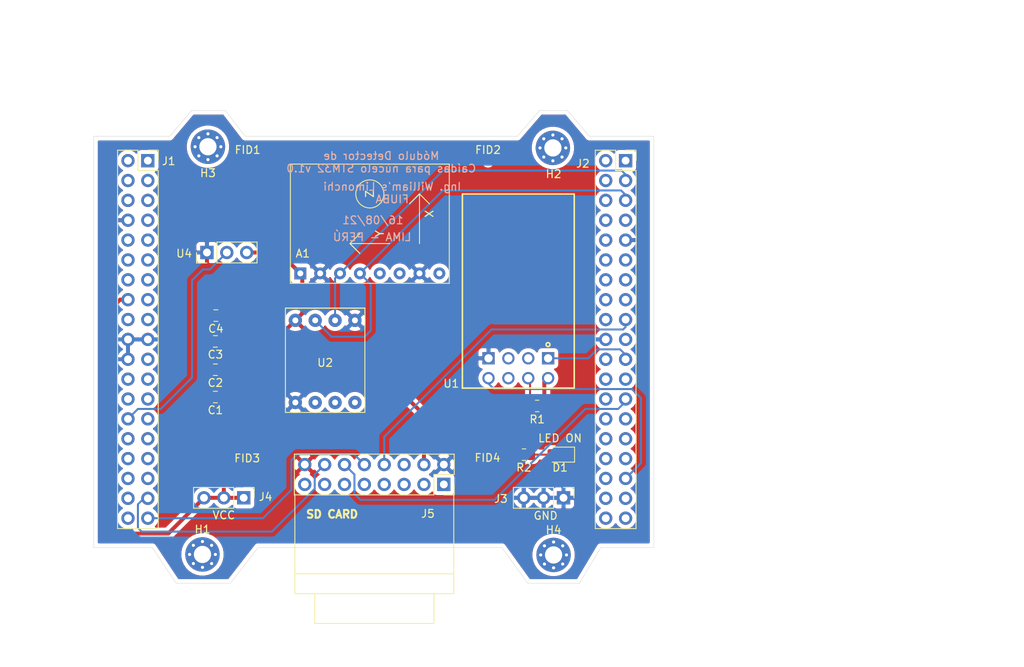
<source format=kicad_pcb>
(kicad_pcb (version 20171130) (host pcbnew "(5.1.7)-1")
  (title_block (title "Módulo Detector de caídas para STM32") (date 2021-07-02) (rev V1.0) (company "Ing. William's Ernesto Limonchi Sandoval") (comment 1 "Basado en: https://bit.ly/37dJ0iX") (comment 2 "Revisor 1: Ing. German Cardozo") (comment 3 "Revisor 2: Mg. Ing. Diego Bengi") (comment 4 "Licencia GNU GPL"))
  (layers (0 F.Cu signal) (31 B.Cu signal) (34 B.Paste user) (35 F.Paste user) (36 B.SilkS user) (37 F.SilkS user) (38 B.Mask user) (39 F.Mask user) (44 Edge.Cuts user))
  (net 0 "")
  (net 1 VCC)
  (net 2 GND)
  (net 3 /PC15)
  (net 4 /PC14)
  (net 5 /PC13)
  (net 6 /PC12)
  (net 7 /PC10)
  (net 8 /PC11)
  (net 9 /MOSI)
  (net 10 /MISO)
  (net 11 /PC1)
  (net 12 /PC0)
  (net 13 /PA2)
  (net 14 /PA3)
  (net 15 /PA5)
  (net 16 /PA6)
  (net 17 /PA7)
  (net 18 /PA13)
  (net 19 /PA14)
  (net 20 /PA15)
  (net 21 /PB0)
  (net 22 /PB7)
  (net 23 /PB5)
  (net 24 /PB4)
  (net 25 /PB3)
  (net 26 /PB2)
  (net 27 /PB1)
  (net 28 /PH1)
  (net 29 /PH0)
  (net 30 /PD2)
  (net 31 /VIN)
  (net 32 /PB13)
  (net 33 /PB14)
  (net 34 /PB15)
  (net 35 /U5V)
  (net 36 /PC4)
  (net 37 /CS)
  (net 38 /CLK)
  (net 39 /VDD)
  (net 40 /E5V)
  (net 41 /RESET)
  (net 42 /AN0)
  (net 43 /PA1)
  (net 44 /PA4)
  (net 45 /VBAT)
  (net 46 /PC9)
  (net 47 /PC8)
  (net 48 /PC6)
  (net 49 /PC5)
  (net 50 /PA12)
  (net 51 /PA11)
  (net 52 /PB12)
  (net 53 /PC7)
  (net 54 /PA8)
  (net 55 /BOT0)
  (net 56 /PA10)
  (net 57 /PA9)
  (net 58 /AVDD)
  (net 59 /PB9)
  (net 60 /PB8)
  (net 61 /AGND)
  (net 62 /IOREF)
  (net 63 /+5V)
  (net 64 "Net-(R1-Pad1)")
  (net 65 "Net-(A1-Pad5)")
  (net 66 "Net-(A1-Pad6)")
  (net 67 "Net-(A1-Pad8)")
  (net 68 "Net-(J1-Pad10)")
  (net 69 "Net-(J1-Pad26)")
  (net 70 "Net-(J1-Pad11)")
  (net 71 "Net-(J1-Pad9)")
  (net 72 "Net-(J2-Pad10)")
  (net 73 "Net-(J2-Pad18)")
  (net 74 "Net-(J2-Pad36)")
  (net 75 "Net-(J2-Pad38)")
  (net 76 "Net-(U1-Pad2)")
  (net 77 "Net-(U1-Pad3)")
  (net 78 "Net-(U1-Pad6)")
  (net 79 "Net-(U2-Pad2)")
  (net 80 "Net-(U2-Pad3)")
  (net 81 "Net-(U2-Pad4)")
  (net 82 "Net-(J5-Pad9)")
  (net 83 "Net-(J5-Pad10)")
  (net 84 "Net-(J5-Pad3)")
  (net 85 "Net-(J5-Pad11)")
  (net 86 "Net-(J5-Pad12)")
  (net 87 "Net-(J5-Pad13)")
  (net 88 "Net-(J5-Pad14)")
  (net 89 "Net-(J5-Pad15)")
  (net 90 "Net-(J5-Pad16)")
  (net 91 "Net-(D1-Pad2)")
  (module TP_Footprints:ESP-01 (layer F.Cu) (at 155.0035 88.7095 90)
    (fp_text reference U1 (at -3.2385 -8.5725 180) (layer F.SilkS) (effects (font (size 1.000465 1.000465))))
    (fp_text value ESP8266-01_ESP-01)
    (fp_circle (center 1.75 3.8) (end 2 3.8) (layer F.SilkS) (width 0.2))
    (fp_line (start -3.81 7.15) (end -3.81 -7.15) (layer F.SilkS) (width 0.2))
    (fp_line (start 21 7.15) (end -3.81 7.15) (layer F.SilkS) (width 0.2))
    (fp_line (start 21 -7.15) (end 21 7.15) (layer F.SilkS) (width 0.2))
    (fp_line (start -3.81 -7.15) (end 21 -7.15) (layer F.SilkS) (width 0.2))
    (pad 1 thru_hole rect (at 0 3.81 90) (size 1.575 1.575) (drill 1.05) (layers *.Cu *.Mask) (net 57 /PA9))
    (pad 2 thru_hole circle (at 0 1.27 90) (size 1.575 1.575) (drill 1.05) (layers *.Cu *.Mask) (net 76 "Net-(U1-Pad2)"))
    (pad 3 thru_hole circle (at 0 -1.27 90) (size 1.575 1.575) (drill 1.05) (layers *.Cu *.Mask) (net 77 "Net-(U1-Pad3)"))
    (pad 4 thru_hole rect (at 0 -3.81 90) (size 1.575 1.575) (drill 1.05) (layers *.Cu *.Mask) (net 2 GND))
    (pad 5 thru_hole circle (at -2.54 -3.81 90) (size 1.575 1.575) (drill 1.05) (layers *.Cu *.Mask) (net 56 /PA10))
    (pad 6 thru_hole circle (at -2.54 -1.27 90) (size 1.575 1.575) (drill 1.05) (layers *.Cu *.Mask) (net 78 "Net-(U1-Pad6)"))
    (pad 7 thru_hole circle (at -2.54 1.27 90) (size 1.575 1.575) (drill 1.05) (layers *.Cu *.Mask) (net 64 "Net-(R1-Pad1)"))
    (pad 8 thru_hole circle (at -2.54 3.81 90) (size 1.575 1.575) (drill 1.05) (layers *.Cu *.Mask) (net 1 VCC))
  )
  (module Connector_PinSocket_2.54mm:PinSocket_2x19_P2.54mm_Vertical (layer F.Cu) (at 168.7195 63.4365)
    (fp_text reference J2 (at -5.461 0.381) (layer F.SilkS))
    (fp_text value Conn_02x19_Odd_Even)
    (fp_line (start 0 -1.33) (end 1.33 -1.33) (layer F.SilkS) (width 0.12))
    (fp_line (start 1.33 -1.33) (end 1.33 0) (layer F.SilkS) (width 0.12))
    (fp_line (start -1.27 -1.33) (end -1.27 1.27) (layer F.SilkS) (width 0.12))
    (fp_line (start -1.27 1.27) (end 1.33 1.27) (layer F.SilkS) (width 0.12))
    (fp_line (start 1.33 1.27) (end 1.33 47.05) (layer F.SilkS) (width 0.12))
    (fp_line (start -3.87 47.05) (end 1.33 47.05) (layer F.SilkS) (width 0.12))
    (fp_line (start -3.87 -1.33) (end -3.87 47.05) (layer F.SilkS) (width 0.12))
    (fp_line (start -3.87 -1.33) (end -1.27 -1.33) (layer F.SilkS) (width 0.12))
    (pad 1 thru_hole rect (at 0 0) (size 1.7 1.7) (drill 1) (layers *.Cu *.Mask) (net 46 /PC9))
    (pad 2 thru_hole oval (at -2.54 0) (size 1.7 1.7) (drill 1) (layers *.Cu *.Mask) (net 47 /PC8))
    (pad 3 thru_hole oval (at 0 2.54) (size 1.7 1.7) (drill 1) (layers *.Cu *.Mask) (net 60 /PB8))
    (pad 4 thru_hole oval (at -2.54 2.54) (size 1.7 1.7) (drill 1) (layers *.Cu *.Mask) (net 48 /PC6))
    (pad 5 thru_hole oval (at 0 5.08) (size 1.7 1.7) (drill 1) (layers *.Cu *.Mask) (net 59 /PB9))
    (pad 6 thru_hole oval (at -2.54 5.08) (size 1.7 1.7) (drill 1) (layers *.Cu *.Mask) (net 49 /PC5))
    (pad 7 thru_hole oval (at 0 7.62) (size 1.7 1.7) (drill 1) (layers *.Cu *.Mask) (net 58 /AVDD))
    (pad 8 thru_hole oval (at -2.54 7.62) (size 1.7 1.7) (drill 1) (layers *.Cu *.Mask) (net 35 /U5V))
    (pad 9 thru_hole oval (at 0 10.16) (size 1.7 1.7) (drill 1) (layers *.Cu *.Mask) (net 2 GND))
    (pad 10 thru_hole oval (at -2.54 10.16) (size 1.7 1.7) (drill 1) (layers *.Cu *.Mask) (net 72 "Net-(J2-Pad10)"))
    (pad 11 thru_hole oval (at 0 12.7) (size 1.7 1.7) (drill 1) (layers *.Cu *.Mask) (net 15 /PA5))
    (pad 12 thru_hole oval (at -2.54 12.7) (size 1.7 1.7) (drill 1) (layers *.Cu *.Mask) (net 50 /PA12))
    (pad 13 thru_hole oval (at 0 15.24) (size 1.7 1.7) (drill 1) (layers *.Cu *.Mask) (net 16 /PA6))
    (pad 14 thru_hole oval (at -2.54 15.24) (size 1.7 1.7) (drill 1) (layers *.Cu *.Mask) (net 51 /PA11))
    (pad 15 thru_hole oval (at 0 17.78) (size 1.7 1.7) (drill 1) (layers *.Cu *.Mask) (net 17 /PA7))
    (pad 16 thru_hole oval (at -2.54 17.78) (size 1.7 1.7) (drill 1) (layers *.Cu *.Mask) (net 52 /PB12))
    (pad 17 thru_hole oval (at 0 20.32) (size 1.7 1.7) (drill 1) (layers *.Cu *.Mask) (net 37 /CS))
    (pad 18 thru_hole oval (at -2.54 20.32) (size 1.7 1.7) (drill 1) (layers *.Cu *.Mask) (net 73 "Net-(J2-Pad18)"))
    (pad 19 thru_hole oval (at 0 22.86) (size 1.7 1.7) (drill 1) (layers *.Cu *.Mask) (net 53 /PC7))
    (pad 20 thru_hole oval (at -2.54 22.86) (size 1.7 1.7) (drill 1) (layers *.Cu *.Mask) (net 2 GND))
    (pad 21 thru_hole oval (at 0 25.4) (size 1.7 1.7) (drill 1) (layers *.Cu *.Mask) (net 57 /PA9))
    (pad 22 thru_hole oval (at -2.54 25.4) (size 1.7 1.7) (drill 1) (layers *.Cu *.Mask) (net 26 /PB2))
    (pad 23 thru_hole oval (at 0 27.94) (size 1.7 1.7) (drill 1) (layers *.Cu *.Mask) (net 54 /PA8))
    (pad 24 thru_hole oval (at -2.54 27.94) (size 1.7 1.7) (drill 1) (layers *.Cu *.Mask) (net 27 /PB1))
    (pad 25 thru_hole oval (at 0 30.48) (size 1.7 1.7) (drill 1) (layers *.Cu *.Mask) (net 38 /CLK))
    (pad 26 thru_hole oval (at -2.54 30.48) (size 1.7 1.7) (drill 1) (layers *.Cu *.Mask) (net 34 /PB15))
    (pad 27 thru_hole oval (at 0 33.02) (size 1.7 1.7) (drill 1) (layers *.Cu *.Mask) (net 24 /PB4))
    (pad 28 thru_hole oval (at -2.54 33.02) (size 1.7 1.7) (drill 1) (layers *.Cu *.Mask) (net 33 /PB14))
    (pad 29 thru_hole oval (at 0 35.56) (size 1.7 1.7) (drill 1) (layers *.Cu *.Mask) (net 23 /PB5))
    (pad 30 thru_hole oval (at -2.54 35.56) (size 1.7 1.7) (drill 1) (layers *.Cu *.Mask) (net 32 /PB13))
    (pad 31 thru_hole oval (at 0 38.1) (size 1.7 1.7) (drill 1) (layers *.Cu *.Mask) (net 25 /PB3))
    (pad 32 thru_hole oval (at -2.54 38.1) (size 1.7 1.7) (drill 1) (layers *.Cu *.Mask) (net 61 /AGND))
    (pad 33 thru_hole oval (at 0 40.64) (size 1.7 1.7) (drill 1) (layers *.Cu *.Mask) (net 56 /PA10))
    (pad 34 thru_hole oval (at -2.54 40.64) (size 1.7 1.7) (drill 1) (layers *.Cu *.Mask) (net 36 /PC4))
    (pad 35 thru_hole oval (at 0 43.18) (size 1.7 1.7) (drill 1) (layers *.Cu *.Mask) (net 13 /PA2))
    (pad 36 thru_hole oval (at -2.54 43.18) (size 1.7 1.7) (drill 1) (layers *.Cu *.Mask) (net 74 "Net-(J2-Pad36)"))
    (pad 37 thru_hole oval (at 0 45.72) (size 1.7 1.7) (drill 1) (layers *.Cu *.Mask) (net 14 /PA3))
    (pad 38 thru_hole oval (at -2.54 45.72) (size 1.7 1.7) (drill 1) (layers *.Cu *.Mask) (net 75 "Net-(J2-Pad38)"))
  )
  (module MPU_SD:MPU6050_Module (layer F.Cu) (at 127.127 77.851 90)
    (fp_text reference A1 (at 2.54 0.3175 180) (layer F.SilkS))
    (fp_text value MPU6050_Module)
    (fp_line (start -1.27 -1.27) (end 13.97 -1.27) (layer F.SilkS) (width 0.12))
    (fp_line (start 13.97 -1.27) (end 13.97 19.05) (layer F.SilkS) (width 0.12))
    (fp_line (start 13.97 19.05) (end -1.27 19.05) (layer F.SilkS) (width 0.12))
    (fp_line (start -1.27 19.05) (end -1.27 -1.27) (layer F.SilkS) (width 0.12))
    (fp_line (start 3.81 15.24) (end 10.16 15.24) (layer F.SilkS) (width 0.12))
    (fp_line (start 10.16 15.24) (end 8.89 13.97) (layer F.SilkS) (width 0.12))
    (fp_line (start 10.16 15.24) (end 8.89 16.51) (layer F.SilkS) (width 0.12))
    (fp_line (start 3.81 11.43) (end 3.81 6.35) (layer F.SilkS) (width 0.12))
    (fp_line (start 3.81 6.35) (end 2.54 7.62) (layer F.SilkS) (width 0.12))
    (fp_line (start 2.54 7.62) (end 3.81 6.35) (layer F.SilkS) (width 0.12))
    (fp_line (start 3.81 6.35) (end 5.08 7.62) (layer F.SilkS) (width 0.12))
    (fp_circle (center 10.16 8.89) (end 8.89 7.62) (layer F.SilkS) (width 0.12))
    (fp_text user X (at 7.62 16.51 90) (layer F.SilkS))
    (fp_text user Y (at 5.08 10.16 90) (layer F.SilkS))
    (fp_text user Z (at 10.16 8.89 90) (layer F.SilkS))
    (pad 1 thru_hole rect (at 0 0 90) (size 1.524 1.524) (drill 0.762) (layers *.Cu *.Mask) (net 1 VCC))
    (pad 2 thru_hole circle (at 0 2.54 90) (size 1.524 1.524) (drill 0.762) (layers *.Cu *.Mask) (net 2 GND))
    (pad 3 thru_hole circle (at 0 5.08 90) (size 1.524 1.524) (drill 0.762) (layers *.Cu *.Mask) (net 60 /PB8))
    (pad 4 thru_hole circle (at 0 7.62 90) (size 1.524 1.524) (drill 0.762) (layers *.Cu *.Mask) (net 59 /PB9))
    (pad 5 thru_hole circle (at 0 10.16 90) (size 1.524 1.524) (drill 0.762) (layers *.Cu *.Mask) (net 65 "Net-(A1-Pad5)"))
    (pad 6 thru_hole circle (at 0 12.7 90) (size 1.524 1.524) (drill 0.762) (layers *.Cu *.Mask) (net 66 "Net-(A1-Pad6)"))
    (pad 7 thru_hole circle (at 0 15.24 90) (size 1.524 1.524) (drill 0.762) (layers *.Cu *.Mask) (net 2 GND))
    (pad 8 thru_hole circle (at 0 17.78 90) (size 1.524 1.524) (drill 0.762) (layers *.Cu *.Mask) (net 67 "Net-(A1-Pad8)"))
  )
  (module Capacitor_SMD:C_0805_2012Metric (layer F.Cu) (at 116.2685 93.6625 180)
    (fp_text reference C1 (at 0 -1.68) (layer F.SilkS))
    (fp_text value 100nF)
    (fp_line (start -0.261252 -0.735) (end 0.261252 -0.735) (layer F.SilkS) (width 0.12))
    (fp_line (start -0.261252 0.735) (end 0.261252 0.735) (layer F.SilkS) (width 0.12))
    (pad 1 smd roundrect (at -0.95 0 180) (size 1 1.45) (layers F.Cu F.Paste F.Mask) (net 1 VCC))
    (pad 2 smd roundrect (at 0.95 0 180) (size 1 1.45) (layers F.Cu F.Paste F.Mask) (net 2 GND))
  )
  (module Capacitor_SMD:C_0805_2012Metric (layer F.Cu) (at 116.2685 90.17 180)
    (fp_text reference C2 (at 0 -1.68) (layer F.SilkS))
    (fp_text value 100nF)
    (fp_line (start -0.261252 0.735) (end 0.261252 0.735) (layer F.SilkS) (width 0.12))
    (fp_line (start -0.261252 -0.735) (end 0.261252 -0.735) (layer F.SilkS) (width 0.12))
    (pad 2 smd roundrect (at 0.95 0 180) (size 1 1.45) (layers F.Cu F.Paste F.Mask) (net 2 GND))
    (pad 1 smd roundrect (at -0.95 0 180) (size 1 1.45) (layers F.Cu F.Paste F.Mask) (net 1 VCC))
  )
  (module Capacitor_SMD:C_0805_2012Metric (layer F.Cu) (at 116.2685 86.5505 180)
    (fp_text reference C3 (at 0 -1.68) (layer F.SilkS))
    (fp_text value 100nF)
    (fp_line (start -0.261252 -0.735) (end 0.261252 -0.735) (layer F.SilkS) (width 0.12))
    (fp_line (start -0.261252 0.735) (end 0.261252 0.735) (layer F.SilkS) (width 0.12))
    (pad 1 smd roundrect (at -0.95 0 180) (size 1 1.45) (layers F.Cu F.Paste F.Mask) (net 1 VCC))
    (pad 2 smd roundrect (at 0.95 0 180) (size 1 1.45) (layers F.Cu F.Paste F.Mask) (net 2 GND))
  )
  (module Resistor_SMD:R_0805_2012Metric (layer F.Cu) (at 157.4165 94.8055)
    (fp_text reference R1 (at 0 1.7145) (layer F.SilkS))
    (fp_text value 10k)
    (fp_line (start -0.227064 -0.735) (end 0.227064 -0.735) (layer F.SilkS) (width 0.12))
    (fp_line (start -0.227064 0.735) (end 0.227064 0.735) (layer F.SilkS) (width 0.12))
    (pad 1 smd roundrect (at -0.9125 0) (size 1.025 1.4) (layers F.Cu F.Paste F.Mask) (roundrect_rratio 0.243902) (net 64 "Net-(R1-Pad1)"))
    (pad 2 smd roundrect (at 0.9125 0) (size 1.025 1.4) (layers F.Cu F.Paste F.Mask) (roundrect_rratio 0.243902) (net 1 VCC))
  )
  (module Connector_PinSocket_2.54mm:PinSocket_2x19_P2.54mm_Vertical (layer F.Cu) (at 107.6325 63.4365)
    (fp_text reference J1 (at 2.667 0.0635) (layer F.SilkS))
    (fp_text value Conn_02x19_Odd_Even)
    (fp_line (start 0 -1.33) (end 1.33 -1.33) (layer F.SilkS) (width 0.12))
    (fp_line (start 1.33 -1.33) (end 1.33 0) (layer F.SilkS) (width 0.12))
    (fp_line (start -1.27 -1.33) (end -1.27 1.27) (layer F.SilkS) (width 0.12))
    (fp_line (start -1.27 1.27) (end 1.33 1.27) (layer F.SilkS) (width 0.12))
    (fp_line (start 1.33 1.27) (end 1.33 47.05) (layer F.SilkS) (width 0.12))
    (fp_line (start -3.87 47.05) (end 1.33 47.05) (layer F.SilkS) (width 0.12))
    (fp_line (start -3.87 -1.33) (end -3.87 47.05) (layer F.SilkS) (width 0.12))
    (fp_line (start -3.87 -1.33) (end -1.27 -1.33) (layer F.SilkS) (width 0.12))
    (pad 38 thru_hole oval (at -2.54 45.72) (size 1.7 1.7) (drill 1) (layers *.Cu *.Mask) (net 12 /PC0))
    (pad 37 thru_hole oval (at 0 45.72) (size 1.7 1.7) (drill 1) (layers *.Cu *.Mask) (net 9 /MOSI))
    (pad 36 thru_hole oval (at -2.54 43.18) (size 1.7 1.7) (drill 1) (layers *.Cu *.Mask) (net 11 /PC1))
    (pad 35 thru_hole oval (at 0 43.18) (size 1.7 1.7) (drill 1) (layers *.Cu *.Mask) (net 10 /MISO))
    (pad 34 thru_hole oval (at -2.54 40.64) (size 1.7 1.7) (drill 1) (layers *.Cu *.Mask) (net 21 /PB0))
    (pad 33 thru_hole oval (at 0 40.64) (size 1.7 1.7) (drill 1) (layers *.Cu *.Mask) (net 45 /VBAT))
    (pad 32 thru_hole oval (at -2.54 38.1) (size 1.7 1.7) (drill 1) (layers *.Cu *.Mask) (net 44 /PA4))
    (pad 31 thru_hole oval (at 0 38.1) (size 1.7 1.7) (drill 1) (layers *.Cu *.Mask) (net 28 /PH1))
    (pad 30 thru_hole oval (at -2.54 35.56) (size 1.7 1.7) (drill 1) (layers *.Cu *.Mask) (net 43 /PA1))
    (pad 29 thru_hole oval (at 0 35.56) (size 1.7 1.7) (drill 1) (layers *.Cu *.Mask) (net 29 /PH0))
    (pad 28 thru_hole oval (at -2.54 33.02) (size 1.7 1.7) (drill 1) (layers *.Cu *.Mask) (net 42 /AN0))
    (pad 27 thru_hole oval (at 0 33.02) (size 1.7 1.7) (drill 1) (layers *.Cu *.Mask) (net 3 /PC15))
    (pad 26 thru_hole oval (at -2.54 30.48) (size 1.7 1.7) (drill 1) (layers *.Cu *.Mask) (net 69 "Net-(J1-Pad26)"))
    (pad 25 thru_hole oval (at 0 30.48) (size 1.7 1.7) (drill 1) (layers *.Cu *.Mask) (net 4 /PC14))
    (pad 24 thru_hole oval (at -2.54 27.94) (size 1.7 1.7) (drill 1) (layers *.Cu *.Mask) (net 31 /VIN))
    (pad 23 thru_hole oval (at 0 27.94) (size 1.7 1.7) (drill 1) (layers *.Cu *.Mask) (net 5 /PC13))
    (pad 22 thru_hole oval (at -2.54 25.4) (size 1.7 1.7) (drill 1) (layers *.Cu *.Mask) (net 2 GND))
    (pad 21 thru_hole oval (at 0 25.4) (size 1.7 1.7) (drill 1) (layers *.Cu *.Mask) (net 22 /PB7))
    (pad 20 thru_hole oval (at -2.54 22.86) (size 1.7 1.7) (drill 1) (layers *.Cu *.Mask) (net 2 GND))
    (pad 19 thru_hole oval (at 0 22.86) (size 1.7 1.7) (drill 1) (layers *.Cu *.Mask) (net 2 GND))
    (pad 18 thru_hole oval (at -2.54 20.32) (size 1.7 1.7) (drill 1) (layers *.Cu *.Mask) (net 63 /+5V))
    (pad 17 thru_hole oval (at 0 20.32) (size 1.7 1.7) (drill 1) (layers *.Cu *.Mask) (net 20 /PA15))
    (pad 16 thru_hole oval (at -2.54 17.78) (size 1.7 1.7) (drill 1) (layers *.Cu *.Mask) (net 1 VCC))
    (pad 15 thru_hole oval (at 0 17.78) (size 1.7 1.7) (drill 1) (layers *.Cu *.Mask) (net 19 /PA14))
    (pad 14 thru_hole oval (at -2.54 15.24) (size 1.7 1.7) (drill 1) (layers *.Cu *.Mask) (net 41 /RESET))
    (pad 13 thru_hole oval (at 0 15.24) (size 1.7 1.7) (drill 1) (layers *.Cu *.Mask) (net 18 /PA13))
    (pad 12 thru_hole oval (at -2.54 12.7) (size 1.7 1.7) (drill 1) (layers *.Cu *.Mask) (net 62 /IOREF))
    (pad 11 thru_hole oval (at 0 12.7) (size 1.7 1.7) (drill 1) (layers *.Cu *.Mask) (net 70 "Net-(J1-Pad11)"))
    (pad 10 thru_hole oval (at -2.54 10.16) (size 1.7 1.7) (drill 1) (layers *.Cu *.Mask) (net 68 "Net-(J1-Pad10)"))
    (pad 9 thru_hole oval (at 0 10.16) (size 1.7 1.7) (drill 1) (layers *.Cu *.Mask) (net 71 "Net-(J1-Pad9)"))
    (pad 8 thru_hole oval (at -2.54 7.62) (size 1.7 1.7) (drill 1) (layers *.Cu *.Mask) (net 2 GND))
    (pad 7 thru_hole oval (at 0 7.62) (size 1.7 1.7) (drill 1) (layers *.Cu *.Mask) (net 55 /BOT0))
    (pad 6 thru_hole oval (at -2.54 5.08) (size 1.7 1.7) (drill 1) (layers *.Cu *.Mask) (net 40 /E5V))
    (pad 5 thru_hole oval (at 0 5.08) (size 1.7 1.7) (drill 1) (layers *.Cu *.Mask) (net 39 /VDD))
    (pad 4 thru_hole oval (at -2.54 2.54) (size 1.7 1.7) (drill 1) (layers *.Cu *.Mask) (net 30 /PD2))
    (pad 3 thru_hole oval (at 0 2.54) (size 1.7 1.7) (drill 1) (layers *.Cu *.Mask) (net 6 /PC12))
    (pad 2 thru_hole oval (at -2.54 0) (size 1.7 1.7) (drill 1) (layers *.Cu *.Mask) (net 8 /PC11))
    (pad 1 thru_hole rect (at 0 0) (size 1.7 1.7) (drill 1) (layers *.Cu *.Mask) (net 7 /PC10))
  )
  (module Connector_PinHeader_2.54mm:PinHeader_1x03_P2.54mm_Vertical (layer F.Cu) (at 160.782 106.553 270)
    (fp_text reference J3 (at 0.127 8.001 180) (layer F.SilkS))
    (fp_text value Conn_01x03_Male)
    (fp_line (start -1.33 6.41) (end 1.33 6.41) (layer F.SilkS) (width 0.12))
    (fp_line (start -1.33 1.27) (end -1.33 6.41) (layer F.SilkS) (width 0.12))
    (fp_line (start 1.33 1.27) (end 1.33 6.41) (layer F.SilkS) (width 0.12))
    (fp_line (start -1.33 1.27) (end 1.33 1.27) (layer F.SilkS) (width 0.12))
    (fp_line (start -1.33 0) (end -1.33 -1.33) (layer F.SilkS) (width 0.12))
    (fp_line (start -1.33 -1.33) (end 0 -1.33) (layer F.SilkS) (width 0.12))
    (pad 3 thru_hole oval (at 0 5.08 270) (size 1.7 1.7) (drill 1) (layers *.Cu *.Mask) (net 2 GND))
    (pad 2 thru_hole oval (at 0 2.54 270) (size 1.7 1.7) (drill 1) (layers *.Cu *.Mask) (net 2 GND))
    (pad 1 thru_hole rect (at 0 0 270) (size 1.7 1.7) (drill 1) (layers *.Cu *.Mask) (net 2 GND))
  )
  (module Connector_PinHeader_2.54mm:PinHeader_1x03_P2.54mm_Vertical (layer F.Cu) (at 119.888 106.553 270)
    (fp_text reference J4 (at -0.127 -2.794 180) (layer F.SilkS))
    (fp_text value Conn_01x03_Male)
    (fp_line (start -1.33 -1.33) (end 0 -1.33) (layer F.SilkS) (width 0.12))
    (fp_line (start -1.33 0) (end -1.33 -1.33) (layer F.SilkS) (width 0.12))
    (fp_line (start -1.33 1.27) (end 1.33 1.27) (layer F.SilkS) (width 0.12))
    (fp_line (start 1.33 1.27) (end 1.33 6.41) (layer F.SilkS) (width 0.12))
    (fp_line (start -1.33 1.27) (end -1.33 6.41) (layer F.SilkS) (width 0.12))
    (fp_line (start -1.33 6.41) (end 1.33 6.41) (layer F.SilkS) (width 0.12))
    (pad 1 thru_hole rect (at 0 0 270) (size 1.7 1.7) (drill 1) (layers *.Cu *.Mask) (net 1 VCC))
    (pad 2 thru_hole oval (at 0 2.54 270) (size 1.7 1.7) (drill 1) (layers *.Cu *.Mask) (net 1 VCC))
    (pad 3 thru_hole oval (at 0 5.08 270) (size 1.7 1.7) (drill 1) (layers *.Cu *.Mask) (net 1 VCC))
  )
  (module TP_Footprints:SD_CARD_P (layer F.Cu) (at 145.4785 104.8385 270)
    (fp_text reference J5 (at 3.7465 2.032 180) (layer F.SilkS))
    (fp_text value SD_Card_P)
    (fp_line (start 11.43 -1.27) (end 11.43 19.05) (layer F.SilkS) (width 0.12))
    (fp_line (start 13.97 19.05) (end 1.27 19.05) (layer F.SilkS) (width 0.12))
    (fp_line (start 17.78 16.51) (end 13.97 16.51) (layer F.SilkS) (width 0.12))
    (fp_line (start 17.78 1.27) (end 17.78 16.51) (layer F.SilkS) (width 0.12))
    (fp_line (start 13.97 1.27) (end 17.78 1.27) (layer F.SilkS) (width 0.12))
    (fp_line (start 13.97 -1.27) (end 13.97 19.05) (layer F.SilkS) (width 0.12))
    (fp_line (start 1.27 -1.27) (end 13.97 -1.27) (layer F.SilkS) (width 0.12))
    (fp_line (start -1.27 -1.33) (end -1.27 1.27) (layer F.SilkS) (width 0.12))
    (fp_line (start -3.87 -1.33) (end -1.27 -1.33) (layer F.SilkS) (width 0.12))
    (fp_line (start 0 -1.33) (end 1.33 -1.33) (layer F.SilkS) (width 0.12))
    (fp_line (start -1.27 1.27) (end 1.33 1.27) (layer F.SilkS) (width 0.12))
    (fp_line (start 1.33 1.27) (end 1.33 19.11) (layer F.SilkS) (width 0.12))
    (fp_line (start -3.87 19.11) (end 1.33 19.11) (layer F.SilkS) (width 0.12))
    (fp_line (start -3.87 -1.33) (end -3.87 19.11) (layer F.SilkS) (width 0.12))
    (fp_line (start 1.33 -1.33) (end 1.33 0) (layer F.SilkS) (width 0.12))
    (fp_text user "SD CARD" (at 3.81 14.2875 180) (layer F.SilkS) (effects (font (thickness 0.25))))
    (pad 1 thru_hole circle (at -2.54 0 270) (size 1.7 1.7) (drill 1) (layers *.Cu *.Mask) (net 2 GND))
    (pad 9 thru_hole rect (at 0 0 270) (size 1.7 1.7) (drill 1) (layers *.Cu *.Mask) (net 82 "Net-(J5-Pad9)"))
    (pad 2 thru_hole circle (at -2.54 2.54 270) (size 1.7 1.7) (drill 1) (layers *.Cu *.Mask) (net 1 VCC))
    (pad 10 thru_hole circle (at 0 2.54 270) (size 1.7 1.7) (drill 1) (layers *.Cu *.Mask) (net 83 "Net-(J5-Pad10)"))
    (pad 3 thru_hole circle (at -2.54 5.08 270) (size 1.7 1.7) (drill 1) (layers *.Cu *.Mask) (net 84 "Net-(J5-Pad3)"))
    (pad 11 thru_hole circle (at 0 5.08 270) (size 1.7 1.7) (drill 1) (layers *.Cu *.Mask) (net 85 "Net-(J5-Pad11)"))
    (pad 4 thru_hole circle (at -2.54 7.62 270) (size 1.7 1.7) (drill 1) (layers *.Cu *.Mask) (net 37 /CS))
    (pad 12 thru_hole circle (at 0 7.62 270) (size 1.7 1.7) (drill 1) (layers *.Cu *.Mask) (net 86 "Net-(J5-Pad12)"))
    (pad 5 thru_hole circle (at -2.54 10.16 270) (size 1.7 1.7) (drill 1) (layers *.Cu *.Mask) (net 9 /MOSI))
    (pad 13 thru_hole circle (at 0 10.16 270) (size 1.7 1.7) (drill 1) (layers *.Cu *.Mask) (net 87 "Net-(J5-Pad13)"))
    (pad 6 thru_hole circle (at -2.54 12.7 270) (size 1.7 1.7) (drill 1) (layers *.Cu *.Mask) (net 38 /CLK))
    (pad 14 thru_hole circle (at 0 12.7 270) (size 1.7 1.7) (drill 1) (layers *.Cu *.Mask) (net 88 "Net-(J5-Pad14)"))
    (pad 7 thru_hole circle (at -2.54 15.24 270) (size 1.7 1.7) (drill 1) (layers *.Cu *.Mask) (net 10 /MISO))
    (pad 15 thru_hole circle (at 0 15.24 270) (size 1.7 1.7) (drill 1) (layers *.Cu *.Mask) (net 89 "Net-(J5-Pad15)"))
    (pad 8 thru_hole circle (at -2.54 17.78 270) (size 1.7 1.7) (drill 1) (layers *.Cu *.Mask) (net 2 GND))
    (pad 16 thru_hole circle (at 0 17.78 270) (size 1.7 1.7) (drill 1) (layers *.Cu *.Mask) (net 90 "Net-(J5-Pad16)"))
  )
  (module MountingHole:MountingHole_2.2mm_M2_Pad_Via (layer F.Cu) (at 114.6175 113.792)
    (fp_text reference H1 (at 0 -3.2) (layer F.SilkS))
    (fp_text value MountingHole)
    (pad 1 thru_hole circle (at 1.166726 -1.166726) (size 0.7 0.7) (drill 0.4) (layers *.Cu *.Mask))
    (pad 1 thru_hole circle (at 0 -1.65) (size 0.7 0.7) (drill 0.4) (layers *.Cu *.Mask))
    (pad 1 thru_hole circle (at -1.166726 -1.166726) (size 0.7 0.7) (drill 0.4) (layers *.Cu *.Mask))
    (pad 1 thru_hole circle (at -1.65 0) (size 0.7 0.7) (drill 0.4) (layers *.Cu *.Mask))
    (pad 1 thru_hole circle (at -1.166726 1.166726) (size 0.7 0.7) (drill 0.4) (layers *.Cu *.Mask))
    (pad 1 thru_hole circle (at 0 1.65) (size 0.7 0.7) (drill 0.4) (layers *.Cu *.Mask))
    (pad 1 thru_hole circle (at 1.166726 1.166726) (size 0.7 0.7) (drill 0.4) (layers *.Cu *.Mask))
    (pad 1 thru_hole circle (at 1.65 0) (size 0.7 0.7) (drill 0.4) (layers *.Cu *.Mask))
    (pad 1 thru_hole circle (at 0 0) (size 4.4 4.4) (drill 2.2) (layers *.Cu *.Mask))
  )
  (module MountingHole:MountingHole_2.2mm_M2_Pad_Via (layer F.Cu) (at 159.424774 61.809226)
    (fp_text reference H2 (at 0.087226 3.341774) (layer F.SilkS))
    (fp_text value MountingHole)
    (pad 1 thru_hole circle (at 1.166726 -1.166726) (size 0.7 0.7) (drill 0.4) (layers *.Cu *.Mask))
    (pad 1 thru_hole circle (at 0 -1.65) (size 0.7 0.7) (drill 0.4) (layers *.Cu *.Mask))
    (pad 1 thru_hole circle (at -1.166726 -1.166726) (size 0.7 0.7) (drill 0.4) (layers *.Cu *.Mask))
    (pad 1 thru_hole circle (at -1.65 0) (size 0.7 0.7) (drill 0.4) (layers *.Cu *.Mask))
    (pad 1 thru_hole circle (at -1.166726 1.166726) (size 0.7 0.7) (drill 0.4) (layers *.Cu *.Mask))
    (pad 1 thru_hole circle (at 0 1.65) (size 0.7 0.7) (drill 0.4) (layers *.Cu *.Mask))
    (pad 1 thru_hole circle (at 1.166726 1.166726) (size 0.7 0.7) (drill 0.4) (layers *.Cu *.Mask))
    (pad 1 thru_hole circle (at 1.65 0) (size 0.7 0.7) (drill 0.4) (layers *.Cu *.Mask))
    (pad 1 thru_hole circle (at 0 0) (size 4.4 4.4) (drill 2.2) (layers *.Cu *.Mask))
  )
  (module MountingHole:MountingHole_2.2mm_M2_Pad_Via (layer F.Cu) (at 115.316 61.6585)
    (fp_text reference H3 (at 0 3.3655) (layer F.SilkS))
    (fp_text value MountingHole)
    (pad 1 thru_hole circle (at 0 0) (size 4.4 4.4) (drill 2.2) (layers *.Cu *.Mask))
    (pad 1 thru_hole circle (at 1.65 0) (size 0.7 0.7) (drill 0.4) (layers *.Cu *.Mask))
    (pad 1 thru_hole circle (at 1.166726 1.166726) (size 0.7 0.7) (drill 0.4) (layers *.Cu *.Mask))
    (pad 1 thru_hole circle (at 0 1.65) (size 0.7 0.7) (drill 0.4) (layers *.Cu *.Mask))
    (pad 1 thru_hole circle (at -1.166726 1.166726) (size 0.7 0.7) (drill 0.4) (layers *.Cu *.Mask))
    (pad 1 thru_hole circle (at -1.65 0) (size 0.7 0.7) (drill 0.4) (layers *.Cu *.Mask))
    (pad 1 thru_hole circle (at -1.166726 -1.166726) (size 0.7 0.7) (drill 0.4) (layers *.Cu *.Mask))
    (pad 1 thru_hole circle (at 0 -1.65) (size 0.7 0.7) (drill 0.4) (layers *.Cu *.Mask))
    (pad 1 thru_hole circle (at 1.166726 -1.166726) (size 0.7 0.7) (drill 0.4) (layers *.Cu *.Mask))
  )
  (module MountingHole:MountingHole_2.2mm_M2_Pad_Via (layer F.Cu) (at 159.512 113.8555)
    (fp_text reference H4 (at 0 -3.2) (layer F.SilkS))
    (fp_text value MountingHole)
    (pad 1 thru_hole circle (at 0 0) (size 4.4 4.4) (drill 2.2) (layers *.Cu *.Mask))
    (pad 1 thru_hole circle (at 1.65 0) (size 0.7 0.7) (drill 0.4) (layers *.Cu *.Mask))
    (pad 1 thru_hole circle (at 1.166726 1.166726) (size 0.7 0.7) (drill 0.4) (layers *.Cu *.Mask))
    (pad 1 thru_hole circle (at 0 1.65) (size 0.7 0.7) (drill 0.4) (layers *.Cu *.Mask))
    (pad 1 thru_hole circle (at -1.166726 1.166726) (size 0.7 0.7) (drill 0.4) (layers *.Cu *.Mask))
    (pad 1 thru_hole circle (at -1.65 0) (size 0.7 0.7) (drill 0.4) (layers *.Cu *.Mask))
    (pad 1 thru_hole circle (at -1.166726 -1.166726) (size 0.7 0.7) (drill 0.4) (layers *.Cu *.Mask))
    (pad 1 thru_hole circle (at 0 -1.65) (size 0.7 0.7) (drill 0.4) (layers *.Cu *.Mask))
    (pad 1 thru_hole circle (at 1.166726 -1.166726) (size 0.7 0.7) (drill 0.4) (layers *.Cu *.Mask))
  )
  (module Connector_PinHeader_2.54mm:PinHeader_1x03_P2.54mm_Vertical (layer F.Cu) (at 115.189 75.184 90)
    (fp_text reference U4 (at -0.127 -2.921 180) (layer F.SilkS))
    (fp_text value DS18B20)
    (fp_line (start -1.33 6.41) (end 1.33 6.41) (layer F.SilkS) (width 0.12))
    (fp_line (start -1.33 1.27) (end -1.33 6.41) (layer F.SilkS) (width 0.12))
    (fp_line (start 1.33 1.27) (end 1.33 6.41) (layer F.SilkS) (width 0.12))
    (fp_line (start -1.33 1.27) (end 1.33 1.27) (layer F.SilkS) (width 0.12))
    (fp_line (start -1.33 0) (end -1.33 -1.33) (layer F.SilkS) (width 0.12))
    (fp_line (start -1.33 -1.33) (end 0 -1.33) (layer F.SilkS) (width 0.12))
    (pad 1 thru_hole rect (at 0 0 90) (size 1.7 1.7) (drill 1) (layers *.Cu *.Mask) (net 2 GND))
    (pad 2 thru_hole oval (at 0 2.54 90) (size 1.7 1.7) (drill 1) (layers *.Cu *.Mask) (net 42 /AN0))
    (pad 3 thru_hole oval (at 0 5.08 90) (size 1.7 1.7) (drill 1) (layers *.Cu *.Mask) (net 1 VCC))
  )
  (module TP_Footprints:MAX30102_P (layer F.Cu) (at 131.572 94.361 180)
    (fp_text reference U2 (at 1.27 5.08) (layer F.SilkS))
    (fp_text value MAX30102_P)
    (fp_line (start -3.81 12.065) (end -3.81 11.43) (layer F.SilkS) (width 0.12))
    (fp_line (start 6.35 12.065) (end -3.81 12.065) (layer F.SilkS) (width 0.12))
    (fp_line (start 6.35 11.43) (end 6.35 12.065) (layer F.SilkS) (width 0.12))
    (fp_line (start -3.81 -1.27) (end 6.35 -1.27) (layer F.SilkS) (width 0.12))
    (fp_line (start 6.35 -1.27) (end 6.35 10.16) (layer F.SilkS) (width 0.12))
    (fp_line (start 6.35 12.065) (end -3.81 12.065) (layer F.SilkS) (width 0.12))
    (fp_line (start -3.81 -1.27) (end -3.81 10.16) (layer F.SilkS) (width 0.12))
    (fp_line (start 6.35 10.16) (end 6.35 11.43) (layer F.SilkS) (width 0.12))
    (fp_line (start -3.81 11.43) (end -3.81 10.16) (layer F.SilkS) (width 0.12))
    (pad 1 thru_hole circle (at 5.08 0 180) (size 1.7 1.7) (drill 0.762) (layers *.Cu *.Mask) (net 2 GND))
    (pad 2 thru_hole circle (at 2.54 0 180) (size 1.7 1.7) (drill 0.762) (layers *.Cu *.Mask) (net 79 "Net-(U2-Pad2)"))
    (pad 3 thru_hole circle (at 0 0 180) (size 1.7 1.7) (drill 0.762) (layers *.Cu *.Mask) (net 80 "Net-(U2-Pad3)"))
    (pad 4 thru_hole circle (at -2.54 0 180) (size 1.7 1.7) (drill 0.762) (layers *.Cu *.Mask) (net 81 "Net-(U2-Pad4)"))
    (pad 5 thru_hole circle (at -2.54 10.5 180) (size 1.7 1.7) (drill 0.762) (layers *.Cu *.Mask) (net 2 GND))
    (pad 6 thru_hole circle (at 0 10.5 180) (size 1.7 1.7) (drill 0.762) (layers *.Cu *.Mask) (net 60 /PB8))
    (pad 7 thru_hole circle (at 2.54 10.5 180) (size 1.7 1.7) (drill 0.762) (layers *.Cu *.Mask) (net 59 /PB9))
    (pad 8 thru_hole circle (at 5.08 10.5 180) (size 1.7 1.7) (drill 0.762) (layers *.Cu *.Mask) (net 1 VCC))
  )
  (module Capacitor_SMD:C_0805_2012Metric (layer F.Cu) (at 116.332 83.2485 180)
    (fp_text reference C4 (at 0 -1.68) (layer F.SilkS))
    (fp_text value 100nF)
    (fp_line (start -0.261252 0.735) (end 0.261252 0.735) (layer F.SilkS) (width 0.12))
    (fp_line (start -0.261252 -0.735) (end 0.261252 -0.735) (layer F.SilkS) (width 0.12))
    (pad 1 smd roundrect (at -0.95 0 180) (size 1 1.45) (layers F.Cu F.Paste F.Mask) (net 1 VCC))
    (pad 2 smd roundrect (at 0.95 0 180) (size 1 1.45) (layers F.Cu F.Paste F.Mask) (net 2 GND))
  )
  (module LED_SMD:LED_0805_2012Metric_Pad1.15x1.40mm_HandSolder (layer F.Cu) (at 160.3375 101.0285 180)
    (fp_text reference D1 (at 0 -1.65) (layer F.SilkS))
    (fp_text value LED)
    (fp_line (start -1.86 0.96) (end 1 0.96) (layer F.SilkS) (width 0.12))
    (fp_line (start -1.86 -0.96) (end -1.86 0.96) (layer F.SilkS) (width 0.12))
    (fp_line (start 1 -0.96) (end -1.86 -0.96) (layer F.SilkS) (width 0.12))
    (pad 1 smd roundrect (at -1.025 0 180) (size 1.15 1.4) (layers F.Cu F.Paste F.Mask) (roundrect_rratio 0.217391) (net 2 GND))
    (pad 2 smd roundrect (at 1.025 0 180) (size 1.15 1.4) (layers F.Cu F.Paste F.Mask) (roundrect_rratio 0.217391) (net 91 "Net-(D1-Pad2)"))
  )
  (module Fiducial:Fiducial_0.5mm_Mask1mm (layer F.Cu) (at 120.396 63.5635)
    (fp_text reference FID1 (at 0 -1.5) (layer F.SilkS))
    (fp_text value Fiducial)
    (pad "" smd circle (at 0 0) (size 0.5 0.5) (layers F.Cu F.Mask) (clearance 0.25))
  )
  (module Fiducial:Fiducial_0.5mm_Mask1mm (layer F.Cu) (at 151.13 63.5635)
    (fp_text reference FID2 (at 0 -1.5) (layer F.SilkS))
    (fp_text value Fiducial)
    (pad "" smd circle (at 0 0) (size 0.5 0.5) (layers F.Cu F.Mask) (clearance 0.25))
  )
  (module Fiducial:Fiducial_0.5mm_Mask1mm (layer F.Cu) (at 120.3325 102.997)
    (fp_text reference FID3 (at 0 -1.5) (layer F.SilkS))
    (fp_text value Fiducial)
    (pad "" smd circle (at 0 0) (size 0.5 0.5) (layers F.Cu F.Mask) (clearance 0.25))
  )
  (module Fiducial:Fiducial_0.5mm_Mask1mm (layer F.Cu) (at 151.0665 102.9335)
    (fp_text reference FID4 (at 0 -1.5) (layer F.SilkS))
    (fp_text value Fiducial)
    (pad "" smd circle (at 0 0) (size 0.5 0.5) (layers F.Cu F.Mask) (clearance 0.25))
  )
  (module Resistor_SMD:R_0805_2012Metric (layer F.Cu) (at 155.7255 101.0285 180)
    (fp_text reference R2 (at 0 -1.65) (layer F.SilkS))
    (fp_text value 330)
    (fp_line (start -0.227064 0.735) (end 0.227064 0.735) (layer F.SilkS) (width 0.12))
    (fp_line (start -0.227064 -0.735) (end 0.227064 -0.735) (layer F.SilkS) (width 0.12))
    (pad 1 smd roundrect (at -0.9125 0 180) (size 1.025 1.4) (layers F.Cu F.Paste F.Mask) (roundrect_rratio 0.243902) (net 91 "Net-(D1-Pad2)"))
    (pad 2 smd roundrect (at 0.9125 0 180) (size 1.025 1.4) (layers F.Cu F.Paste F.Mask) (roundrect_rratio 0.243902) (net 1 VCC))
  )
  (gr_text "LIMA - PERÚ" (at 141.4145 73.2155) (layer B.SilkS) (effects (font (size 1 1)) (justify left mirror)))
  (gr_text 16/08/21 (at 136.398 71.0565) (layer B.SilkS) (effects (font (size 1 1)) (justify mirror)))
  (gr_text "Ing. William's Limonchi\nFIUBA" (at 138.8745 67.564) (layer B.SilkS) (effects (font (size 1 1)) (justify mirror)))
  (gr_text "Módulo Detector de\nCaídas para núcelo STM32 v1.0" (at 137.4775 63.627) (layer B.SilkS) (effects (font (size 1 1)) (justify mirror)))
  (gr_text "LED ON" (at 160.3375 98.933) (layer F.SilkS) (effects (font (size 1 1))))
  (gr_text VCC (at 117.348 108.7755) (layer F.SilkS) (effects (font (size 1 1))))
  (gr_text GND (at 158.496 108.839) (layer F.SilkS) (effects (font (size 1 1))))
  (gr_line (start 100.711 60.325) (end 101.0285 60.325) (layer Edge.Cuts) (width 0.05))
  (gr_line (start 100.711 112.903) (end 100.711 60.325) (layer Edge.Cuts) (width 0.05))
  (gr_line (start 110.4265 60.325) (end 101.0285 60.325) (layer Edge.Cuts) (width 0.05))
  (gr_line (start 110.4265 60.325) (end 113.2205 57.023) (layer Edge.Cuts) (width 0.05))
  (gr_line (start 120.0785 60.325) (end 117.5385 57.023) (layer Edge.Cuts) (width 0.05))
  (gr_line (start 117.5385 57.023) (end 113.2205 57.023) (layer Edge.Cuts) (width 0.05))
  (gr_line (start 154.8765 60.325) (end 120.0785 60.325) (layer Edge.Cuts) (width 0.05))
  (gr_line (start 157.734 57.023) (end 154.8765 60.325) (layer Edge.Cuts) (width 0.05))
  (gr_line (start 161.29 57.023) (end 157.734 57.023) (layer Edge.Cuts) (width 0.05))
  (gr_line (start 164.084 60.325) (end 161.29 57.023) (layer Edge.Cuts) (width 0.05))
  (gr_line (start 172.339 60.325) (end 164.084 60.325) (layer Edge.Cuts) (width 0.05))
  (gr_line (start 118.1735 117.475) (end 111.252 117.475) (layer Edge.Cuts) (width 0.05))
  (gr_line (start 121.7295 112.903) (end 118.1735 117.475) (layer Edge.Cuts) (width 0.05))
  (gr_line (start 108.204 112.903) (end 100.711 112.903) (layer Edge.Cuts) (width 0.05))
  (gr_line (start 111.252 117.475) (end 108.204 112.903) (layer Edge.Cuts) (width 0.05))
  (gr_line (start 152.908 112.903) (end 121.7295 112.903) (layer Edge.Cuts) (width 0.05))
  (gr_line (start 156.21 117.475) (end 152.908 112.903) (layer Edge.Cuts) (width 0.05))
  (gr_line (start 162.814 117.475) (end 156.21 117.475) (layer Edge.Cuts) (width 0.05))
  (gr_line (start 165.5445 112.903) (end 162.814 117.475) (layer Edge.Cuts) (width 0.05))
  (gr_line (start 172.339 112.903) (end 165.5445 112.903) (layer Edge.Cuts) (width 0.05))
  (gr_line (start 172.339 60.325) (end 172.339 112.903) (layer Edge.Cuts) (width 0.05))
  (segment (start 142.9385 102.2985) (end 142.9385 95.9485) (width 0.508) (layer F.Cu) (net 1))
  (segment (start 105.0925 81.2165) (end 104.0765 81.2165) (width 0.508) (layer F.Cu) (net 1))
  (segment (start 104.0765 81.2165) (end 102.87 82.423) (width 0.508) (layer F.Cu) (net 1))
  (segment (start 102.87 82.423) (end 102.87 109.347) (width 0.508) (layer F.Cu) (net 1))
  (segment (start 102.87 109.347) (end 104.648 111.125) (width 0.508) (layer F.Cu) (net 1))
  (segment (start 110.236 111.125) (end 114.808 106.553) (width 0.508) (layer F.Cu) (net 1))
  (segment (start 104.648 111.125) (end 110.236 111.125) (width 0.508) (layer F.Cu) (net 1))
  (segment (start 114.808 106.553) (end 117.348 106.553) (width 0.508) (layer F.Cu) (net 1))
  (segment (start 117.348 106.553) (end 119.888 106.553) (width 0.508) (layer F.Cu) (net 1))
  (segment (start 127.127 78.0415) (end 127.127 77.851) (width 0.508) (layer F.Cu) (net 1))
  (segment (start 142.9385 95.9485) (end 146.7485 95.9485) (width 0.508) (layer F.Cu) (net 1))
  (segment (start 146.7485 95.9485) (end 148.0185 97.2185) (width 0.508) (layer F.Cu) (net 1))
  (segment (start 158.329 91.734) (end 158.8135 91.2495) (width 0.508) (layer F.Cu) (net 1))
  (segment (start 158.329 94.8055) (end 158.329 91.734) (width 0.508) (layer F.Cu) (net 1))
  (segment (start 155.916 97.2185) (end 158.329 94.8055) (width 0.508) (layer F.Cu) (net 1))
  (segment (start 148.0185 97.2185) (end 155.916 97.2185) (width 0.508) (layer F.Cu) (net 1))
  (segment (start 117.348 106.553) (end 117.348 106.045) (width 0.508) (layer F.Cu) (net 1))
  (segment (start 117.282 90.1065) (end 117.2185 90.17) (width 0.508) (layer F.Cu) (net 1))
  (segment (start 117.282 90.2335) (end 117.2185 90.17) (width 0.508) (layer F.Cu) (net 1))
  (segment (start 124.46 75.184) (end 127.127 77.851) (width 0.508) (layer F.Cu) (net 1))
  (segment (start 126.492 83.861) (end 127.381 82.972) (width 0.508) (layer F.Cu) (net 1))
  (segment (start 127.381 78.105) (end 127.127 77.851) (width 0.508) (layer F.Cu) (net 1))
  (segment (start 127.381 82.972) (end 127.381 78.105) (width 0.508) (layer F.Cu) (net 1))
  (segment (start 131.658 89.027) (end 126.492 83.861) (width 0.508) (layer F.Cu) (net 1))
  (segment (start 136.017 89.027) (end 131.658 89.027) (width 0.508) (layer F.Cu) (net 1))
  (segment (start 142.9385 95.9485) (end 136.017 89.027) (width 0.508) (layer F.Cu) (net 1))
  (segment (start 117.348 93.792) (end 117.2185 93.6625) (width 0.508) (layer F.Cu) (net 1))
  (segment (start 117.2185 93.6625) (end 117.2185 90.17) (width 0.508) (layer F.Cu) (net 1))
  (segment (start 117.2185 90.17) (end 117.2185 86.5505) (width 0.508) (layer F.Cu) (net 1))
  (segment (start 117.2185 83.312) (end 117.282 83.2485) (width 0.508) (layer F.Cu) (net 1))
  (segment (start 117.2185 86.5505) (end 117.2185 83.312) (width 0.508) (layer F.Cu) (net 1))
  (segment (start 123.8025 86.5505) (end 126.492 83.861) (width 0.508) (layer F.Cu) (net 1))
  (segment (start 117.2185 86.5505) (end 123.8025 86.5505) (width 0.508) (layer F.Cu) (net 1))
  (segment (start 124.46 75.184) (end 120.269 75.184) (width 0.508) (layer F.Cu) (net 1))
  (segment (start 117.348 106.553) (end 117.348 93.792) (width 0.508) (layer F.Cu) (net 1))
  (segment (start 154.813 98.3215) (end 155.916 97.2185) (width 0.508) (layer F.Cu) (net 1))
  (segment (start 154.813 101.0285) (end 154.813 98.3215) (width 0.508) (layer F.Cu) (net 1))
  (segment (start 133.985 100.965) (end 135.3185 102.2985) (width 0.254) (layer B.Cu) (net 9))
  (segment (start 126.746 100.965) (end 133.985 100.965) (width 0.254) (layer B.Cu) (net 9))
  (segment (start 125.984 101.727) (end 126.746 100.965) (width 0.254) (layer B.Cu) (net 9))
  (segment (start 125.984 105.537) (end 125.984 101.727) (width 0.254) (layer B.Cu) (net 9))
  (segment (start 122.3645 109.1565) (end 125.984 105.537) (width 0.254) (layer B.Cu) (net 9))
  (segment (start 107.6325 109.1565) (end 122.3645 109.1565) (width 0.254) (layer B.Cu) (net 9))
  (segment (start 128.9685 103.661499) (end 128.9685 105.403461) (width 0.254) (layer B.Cu) (net 10))
  (segment (start 123.444 110.871) (end 106.934 110.871) (width 0.254) (layer B.Cu) (net 10))
  (segment (start 106.3625 110.392499) (end 106.3625 107.598499) (width 0.254) (layer B.Cu) (net 10))
  (segment (start 107.437498 106.6165) (end 107.6325 106.6165) (width 0.254) (layer B.Cu) (net 10))
  (segment (start 128.9685 103.5685) (end 130.2385 102.2985) (width 0.25) (layer B.Cu) (net 10))
  (segment (start 128.9685 103.661499) (end 128.9685 103.5685) (width 0.25) (layer B.Cu) (net 10))
  (segment (start 123.500961 110.871) (end 128.9685 105.403461) (width 0.25) (layer B.Cu) (net 10))
  (segment (start 123.444 110.871) (end 123.500961 110.871) (width 0.25) (layer B.Cu) (net 10))
  (segment (start 106.841001 110.871) (end 106.3625 110.392499) (width 0.25) (layer B.Cu) (net 10))
  (segment (start 106.934 110.871) (end 106.841001 110.871) (width 0.25) (layer B.Cu) (net 10))
  (segment (start 106.3625 107.598499) (end 106.3625 107.3785) (width 0.25) (layer B.Cu) (net 10))
  (segment (start 107.1245 106.6165) (end 107.6325 106.6165) (width 0.25) (layer B.Cu) (net 10))
  (segment (start 106.3625 107.3785) (end 107.1245 106.6165) (width 0.25) (layer B.Cu) (net 10))
  (segment (start 151.638 85.0265) (end 167.513 85.0265) (width 0.254) (layer B.Cu) (net 37))
  (segment (start 137.8585 98.7425) (end 151.638 84.963) (width 0.254) (layer B.Cu) (net 37))
  (segment (start 137.8585 102.2985) (end 137.8585 98.7425) (width 0.254) (layer B.Cu) (net 37))
  (segment (start 167.513 85.0265) (end 168.402 85.0265) (width 0.25) (layer B.Cu) (net 37))
  (segment (start 168.7195 84.709) (end 168.7195 83.7565) (width 0.25) (layer B.Cu) (net 37))
  (segment (start 168.402 85.0265) (end 168.7195 84.709) (width 0.25) (layer B.Cu) (net 37))
  (segment (start 134.874 106.807) (end 151.638 106.807) (width 0.254) (layer B.Cu) (net 38))
  (segment (start 134.0485 103.632) (end 134.0485 106.045) (width 0.254) (layer B.Cu) (net 38))
  (segment (start 167.513 95.1865) (end 167.767 95.1865) (width 0.25) (layer B.Cu) (net 38))
  (segment (start 168.7195 94.234) (end 168.7195 93.9165) (width 0.25) (layer B.Cu) (net 38))
  (segment (start 167.767 95.1865) (end 168.7195 94.234) (width 0.25) (layer B.Cu) (net 38))
  (segment (start 151.638 106.807) (end 151.9555 106.807) (width 0.25) (layer B.Cu) (net 38))
  (segment (start 151.9555 106.807) (end 163.576 95.1865) (width 0.25) (layer B.Cu) (net 38))
  (segment (start 163.576 95.1865) (end 163.6395 95.1865) (width 0.25) (layer B.Cu) (net 38))
  (segment (start 163.6395 95.1865) (end 167.513 95.1865) (width 0.254) (layer B.Cu) (net 38))
  (segment (start 134.8105 106.807) (end 134.0485 106.045) (width 0.25) (layer B.Cu) (net 38))
  (segment (start 134.874 106.807) (end 134.8105 106.807) (width 0.25) (layer B.Cu) (net 38))
  (segment (start 134.0485 103.5685) (end 132.7785 102.2985) (width 0.25) (layer B.Cu) (net 38))
  (segment (start 134.0485 103.632) (end 134.0485 103.5685) (width 0.25) (layer B.Cu) (net 38))
  (segment (start 106.3625 95.1865) (end 105.0925 96.4565) (width 0.25) (layer B.Cu) (net 42))
  (segment (start 106.455499 95.1865) (end 106.3625 95.1865) (width 0.25) (layer B.Cu) (net 42))
  (segment (start 115.57 77.343) (end 117.729 75.184) (width 0.254) (layer B.Cu) (net 42))
  (segment (start 113.284 78.74) (end 114.681 77.343) (width 0.254) (layer B.Cu) (net 42))
  (segment (start 113.284 91.186) (end 113.284 78.74) (width 0.254) (layer B.Cu) (net 42))
  (segment (start 114.681 77.343) (end 115.57 77.343) (width 0.254) (layer B.Cu) (net 42))
  (segment (start 109.2835 95.1865) (end 113.284 91.186) (width 0.254) (layer B.Cu) (net 42))
  (segment (start 106.455499 95.1865) (end 109.2835 95.1865) (width 0.254) (layer B.Cu) (net 42))
  (segment (start 152.690038 92.6465) (end 169.291 92.6465) (width 0.254) (layer B.Cu) (net 56))
  (segment (start 170.688 102.108) (end 168.7195 104.0765) (width 0.254) (layer B.Cu) (net 56))
  (segment (start 170.688 94.143038) (end 170.688 102.108) (width 0.254) (layer B.Cu) (net 56))
  (segment (start 152.690038 92.6465) (end 151.892 92.6465) (width 0.25) (layer B.Cu) (net 56))
  (segment (start 151.1935 91.948) (end 151.1935 91.2495) (width 0.25) (layer B.Cu) (net 56))
  (segment (start 151.892 92.6465) (end 151.1935 91.948) (width 0.25) (layer B.Cu) (net 56))
  (segment (start 169.291 92.6465) (end 169.545 92.6465) (width 0.25) (layer B.Cu) (net 56))
  (segment (start 170.688 93.7895) (end 170.688 94.143038) (width 0.25) (layer B.Cu) (net 56))
  (segment (start 169.545 92.6465) (end 170.688 93.7895) (width 0.25) (layer B.Cu) (net 56))
  (segment (start 168.783 88.9) (end 168.7195 88.8365) (width 0.25) (layer B.Cu) (net 57))
  (segment (start 168.7195 88.7095) (end 168.7195 88.8365) (width 0.254) (layer B.Cu) (net 57))
  (segment (start 165.1 87.5665) (end 167.386 87.5665) (width 0.254) (layer B.Cu) (net 57))
  (segment (start 158.8135 88.7095) (end 163.8935 88.7095) (width 0.254) (layer B.Cu) (net 57))
  (segment (start 168.7195 88.646) (end 168.7195 88.8365) (width 0.25) (layer B.Cu) (net 57))
  (segment (start 163.957 88.7095) (end 163.8935 88.7095) (width 0.25) (layer B.Cu) (net 57))
  (segment (start 165.1 87.5665) (end 163.957 88.7095) (width 0.25) (layer B.Cu) (net 57))
  (segment (start 167.386 87.5665) (end 168.021 87.5665) (width 0.25) (layer B.Cu) (net 57))
  (segment (start 168.7195 88.265) (end 168.7195 88.8365) (width 0.25) (layer B.Cu) (net 57))
  (segment (start 168.021 87.5665) (end 168.7195 88.265) (width 0.25) (layer B.Cu) (net 57))
  (segment (start 167.542499 67.2465) (end 168.148 67.2465) (width 0.25) (layer B.Cu) (net 59))
  (segment (start 168.7195 67.818) (end 168.7195 68.5165) (width 0.25) (layer B.Cu) (net 59))
  (segment (start 168.148 67.2465) (end 168.7195 67.818) (width 0.25) (layer B.Cu) (net 59))
  (segment (start 145.3515 67.2465) (end 145.923 67.2465) (width 0.25) (layer B.Cu) (net 59))
  (segment (start 134.747 77.851) (end 145.3515 67.2465) (width 0.25) (layer B.Cu) (net 59))
  (segment (start 145.923 67.2465) (end 167.542499 67.2465) (width 0.254) (layer B.Cu) (net 59))
  (segment (start 129.032 83.861) (end 131.1275 85.9565) (width 0.25) (layer B.Cu) (net 59))
  (segment (start 131.1275 85.9565) (end 135.341 85.9565) (width 0.25) (layer B.Cu) (net 59))
  (segment (start 135.341 85.9565) (end 136.144 85.1535) (width 0.25) (layer B.Cu) (net 59))
  (segment (start 136.144 79.248) (end 134.747 77.851) (width 0.25) (layer B.Cu) (net 59))
  (segment (start 136.144 85.1535) (end 136.144 79.248) (width 0.25) (layer B.Cu) (net 59))
  (segment (start 167.542499 64.7065) (end 168.2115 64.7065) (width 0.25) (layer B.Cu) (net 60))
  (segment (start 168.7195 65.2145) (end 168.7195 65.9765) (width 0.25) (layer B.Cu) (net 60))
  (segment (start 168.2115 64.7065) (end 168.7195 65.2145) (width 0.25) (layer B.Cu) (net 60))
  (segment (start 132.207 77.851) (end 145.3515 64.7065) (width 0.25) (layer B.Cu) (net 60))
  (segment (start 145.3515 64.7065) (end 145.669 64.7065) (width 0.25) (layer B.Cu) (net 60))
  (segment (start 145.669 64.7065) (end 167.542499 64.7065) (width 0.254) (layer B.Cu) (net 60))
  (segment (start 131.572 78.486) (end 132.207 77.851) (width 0.25) (layer B.Cu) (net 60))
  (segment (start 131.572 83.861) (end 131.572 78.486) (width 0.25) (layer B.Cu) (net 60))
  (segment (start 156.504 91.48) (end 156.2735 91.2495) (width 0.254) (layer F.Cu) (net 64))
  (segment (start 156.504 94.8055) (end 156.504 91.48) (width 0.254) (layer F.Cu) (net 64))
  (segment (start 156.638 101.0285) (end 159.3125 101.0285) (width 0.254) (layer F.Cu) (net 91))
  (zone (net 2) (net_name GND) (layer B.Cu) (connect_pads (clearance 0.508)) (min_thickness 0.254) (fill yes (arc_segments 32) (thermal_gap 0.508) (thermal_bridge_width 0.508))
    (polygon (pts (xy 120.0785 60.325) (xy 154.8765 60.325) (xy 157.734 57.023) (xy 161.29 57.023) (xy 164.084 60.325) (xy 172.339 60.325) (xy 172.339 112.903) (xy 165.5445 112.903) (xy 162.814 117.475) (xy 156.21 117.475) (xy 152.908 112.903) (xy 121.7295 112.903) (xy 118.1735 117.475) (xy 111.252 117.475) (xy 108.204 112.903) (xy 100.711 112.903) (xy 100.711 60.325) (xy 110.4265 60.325) (xy 113.2205 57.023) (xy 117.5385 57.023)))
  )
  (zone (net 2) (net_name GND) (layer F.Cu) (connect_pads (clearance 0.508)) (min_thickness 0.254) (fill yes (arc_segments 32) (thermal_gap 0.508) (thermal_bridge_width 0.508))
    (polygon (pts (xy 120.0785 60.325) (xy 154.8765 60.325) (xy 157.734 57.023) (xy 161.29 57.023) (xy 164.084 60.325) (xy 172.339 60.325) (xy 172.339 112.903) (xy 165.5445 112.903) (xy 162.814 117.475) (xy 156.21 117.475) (xy 152.908 112.903) (xy 121.7295 112.903) (xy 118.1735 117.475) (xy 111.1885 117.475) (xy 108.204 112.903) (xy 100.711 112.903) (xy 100.711 60.325) (xy 110.4265 60.325) (xy 113.2205 57.023) (xy 117.5385 57.023)))
  )
)
</source>
